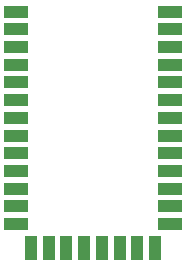
<source format=gbr>
G04 #@! TF.GenerationSoftware,KiCad,Pcbnew,(5.1.5)-3*
G04 #@! TF.CreationDate,2020-05-20T20:16:18+02:00*
G04 #@! TF.ProjectId,SAR-APRS,5341522d-4150-4525-932e-6b696361645f,rev?*
G04 #@! TF.SameCoordinates,Original*
G04 #@! TF.FileFunction,Paste,Bot*
G04 #@! TF.FilePolarity,Positive*
%FSLAX46Y46*%
G04 Gerber Fmt 4.6, Leading zero omitted, Abs format (unit mm)*
G04 Created by KiCad (PCBNEW (5.1.5)-3) date 2020-05-20 20:16:18*
%MOMM*%
%LPD*%
G04 APERTURE LIST*
%ADD10R,2.000000X1.000000*%
%ADD11R,1.000000X2.000000*%
G04 APERTURE END LIST*
D10*
X115500000Y-113500000D03*
X115500000Y-115000000D03*
X115500000Y-116500000D03*
X115500000Y-118000000D03*
X115500000Y-119500000D03*
X115500000Y-121000000D03*
X115500000Y-122500000D03*
X115500000Y-124000000D03*
X115500000Y-125500000D03*
X115500000Y-127000000D03*
X115500000Y-128500000D03*
X115500000Y-130000000D03*
X115500000Y-131500000D03*
D11*
X114250000Y-133500000D03*
X112750000Y-133500000D03*
X111250000Y-133500000D03*
X109750000Y-133500000D03*
X108250000Y-133500000D03*
X106750000Y-133500000D03*
X105250000Y-133500000D03*
X103750000Y-133500000D03*
D10*
X102500000Y-131500000D03*
X102500000Y-130000000D03*
X102500000Y-128500000D03*
X102500000Y-127000000D03*
X102500000Y-125500000D03*
X102500000Y-124000000D03*
X102500000Y-122500000D03*
X102500000Y-121000000D03*
X102500000Y-119500000D03*
X102500000Y-118000000D03*
X102500000Y-116500000D03*
X102500000Y-115000000D03*
X102500000Y-113500000D03*
M02*

</source>
